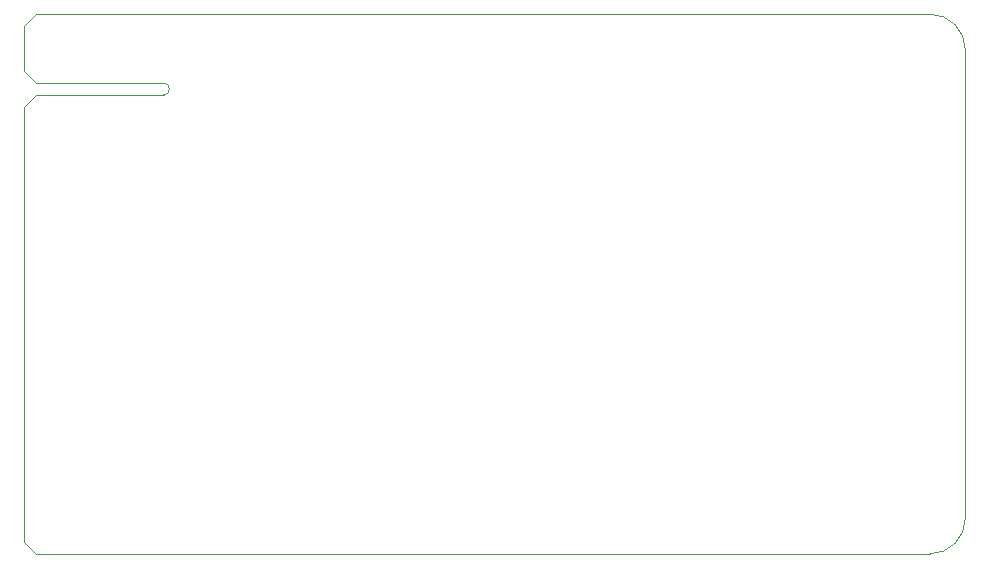
<source format=gbr>
%TF.GenerationSoftware,KiCad,Pcbnew,(6.0.5)*%
%TF.CreationDate,2023-02-06T04:07:19+00:00*%
%TF.ProjectId,AutoFloppySwitcher,4175746f-466c-46f7-9070-795377697463,rev?*%
%TF.SameCoordinates,Original*%
%TF.FileFunction,Profile,NP*%
%FSLAX46Y46*%
G04 Gerber Fmt 4.6, Leading zero omitted, Abs format (unit mm)*
G04 Created by KiCad (PCBNEW (6.0.5)) date 2023-02-06 04:07:19*
%MOMM*%
%LPD*%
G01*
G04 APERTURE LIST*
%TA.AperFunction,Profile*%
%ADD10C,0.100000*%
%TD*%
G04 APERTURE END LIST*
D10*
X85785200Y-63682500D02*
G75*
G03*
X85785200Y-62682500I0J500000D01*
G01*
X85785200Y-63682500D02*
X74997000Y-63682500D01*
X74997000Y-62682500D02*
X85785200Y-62682500D01*
X73981000Y-64698500D02*
X73981000Y-101526500D01*
X83058000Y-56842500D02*
X74997000Y-56842500D01*
X73981000Y-61666500D02*
X74997000Y-62682500D01*
X78105000Y-102542500D02*
X83947000Y-102542500D01*
X150670000Y-102542500D02*
G75*
G03*
X153670000Y-99542500I0J3000000D01*
G01*
X74997000Y-63682500D02*
X73981000Y-64698500D01*
X83947000Y-102542500D02*
X150670000Y-102542500D01*
X73981000Y-101526500D02*
X74997000Y-102542500D01*
X153670000Y-59842500D02*
G75*
G03*
X150670000Y-56842500I-3000000J0D01*
G01*
X73981000Y-57858500D02*
X73981000Y-61666500D01*
X153670000Y-99542500D02*
X153670000Y-59842500D01*
X74997000Y-102542500D02*
X78105000Y-102542500D01*
X74997000Y-56842500D02*
X73981000Y-57858500D01*
X83058000Y-56842500D02*
X150670000Y-56842500D01*
M02*

</source>
